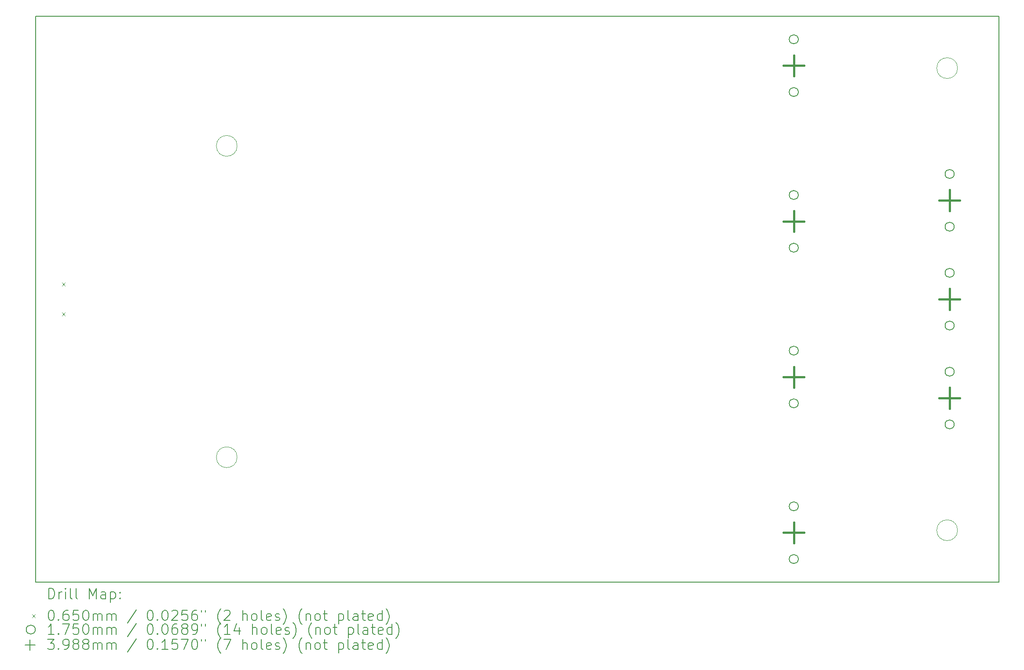
<source format=gbr>
%FSLAX45Y45*%
G04 Gerber Fmt 4.5, Leading zero omitted, Abs format (unit mm)*
G04 Created by KiCad (PCBNEW (6.0.0)) date 2023-05-21 00:13:49*
%MOMM*%
%LPD*%
G01*
G04 APERTURE LIST*
%TA.AperFunction,Profile*%
%ADD10C,0.100000*%
%TD*%
%TA.AperFunction,Profile*%
%ADD11C,0.200000*%
%TD*%
%ADD12C,0.200000*%
%ADD13C,0.065000*%
%ADD14C,0.175000*%
%ADD15C,0.398780*%
G04 APERTURE END LIST*
D10*
X26067000Y-12677000D02*
G75*
G03*
X26067000Y-12677000I-200000J0D01*
G01*
X26067000Y-3771000D02*
G75*
G03*
X26067000Y-3771000I-200000J0D01*
G01*
D11*
X8325000Y-2771000D02*
X26867000Y-2771000D01*
X26867000Y-2771000D02*
X26867000Y-13677000D01*
X26867000Y-13677000D02*
X8325000Y-13677000D01*
X8325000Y-13677000D02*
X8325000Y-2771000D01*
D10*
X12200000Y-11270000D02*
G75*
G03*
X12200000Y-11270000I-200000J0D01*
G01*
X12200000Y-5270000D02*
G75*
G03*
X12200000Y-5270000I-200000J0D01*
G01*
D12*
D13*
X8827000Y-7902625D02*
X8892000Y-7967625D01*
X8892000Y-7902625D02*
X8827000Y-7967625D01*
X8827000Y-8480625D02*
X8892000Y-8545625D01*
X8892000Y-8480625D02*
X8827000Y-8545625D01*
D14*
X23002000Y-3216125D02*
G75*
G03*
X23002000Y-3216125I-87500J0D01*
G01*
X23002000Y-4232125D02*
G75*
G03*
X23002000Y-4232125I-87500J0D01*
G01*
X23002000Y-6216125D02*
G75*
G03*
X23002000Y-6216125I-87500J0D01*
G01*
X23002000Y-7232125D02*
G75*
G03*
X23002000Y-7232125I-87500J0D01*
G01*
X23002000Y-9216125D02*
G75*
G03*
X23002000Y-9216125I-87500J0D01*
G01*
X23002000Y-10232125D02*
G75*
G03*
X23002000Y-10232125I-87500J0D01*
G01*
X23002000Y-12216125D02*
G75*
G03*
X23002000Y-12216125I-87500J0D01*
G01*
X23002000Y-13232125D02*
G75*
G03*
X23002000Y-13232125I-87500J0D01*
G01*
X26002000Y-5811125D02*
G75*
G03*
X26002000Y-5811125I-87500J0D01*
G01*
X26002000Y-6827125D02*
G75*
G03*
X26002000Y-6827125I-87500J0D01*
G01*
X26002000Y-7716125D02*
G75*
G03*
X26002000Y-7716125I-87500J0D01*
G01*
X26002000Y-8732125D02*
G75*
G03*
X26002000Y-8732125I-87500J0D01*
G01*
X26002000Y-9621125D02*
G75*
G03*
X26002000Y-9621125I-87500J0D01*
G01*
X26002000Y-10637125D02*
G75*
G03*
X26002000Y-10637125I-87500J0D01*
G01*
D15*
X22914500Y-3524735D02*
X22914500Y-3923515D01*
X22715110Y-3724125D02*
X23113890Y-3724125D01*
X22914500Y-6524735D02*
X22914500Y-6923515D01*
X22715110Y-6724125D02*
X23113890Y-6724125D01*
X22914500Y-9524735D02*
X22914500Y-9923515D01*
X22715110Y-9724125D02*
X23113890Y-9724125D01*
X22914500Y-12524735D02*
X22914500Y-12923515D01*
X22715110Y-12724125D02*
X23113890Y-12724125D01*
X25914500Y-6119735D02*
X25914500Y-6518515D01*
X25715110Y-6319125D02*
X26113890Y-6319125D01*
X25914500Y-8024735D02*
X25914500Y-8423515D01*
X25715110Y-8224125D02*
X26113890Y-8224125D01*
X25914500Y-9929735D02*
X25914500Y-10328515D01*
X25715110Y-10129125D02*
X26113890Y-10129125D01*
D12*
X8572619Y-13997476D02*
X8572619Y-13797476D01*
X8620238Y-13797476D01*
X8648810Y-13807000D01*
X8667857Y-13826048D01*
X8677381Y-13845095D01*
X8686905Y-13883190D01*
X8686905Y-13911762D01*
X8677381Y-13949857D01*
X8667857Y-13968905D01*
X8648810Y-13987952D01*
X8620238Y-13997476D01*
X8572619Y-13997476D01*
X8772619Y-13997476D02*
X8772619Y-13864143D01*
X8772619Y-13902238D02*
X8782143Y-13883190D01*
X8791667Y-13873667D01*
X8810714Y-13864143D01*
X8829762Y-13864143D01*
X8896429Y-13997476D02*
X8896429Y-13864143D01*
X8896429Y-13797476D02*
X8886905Y-13807000D01*
X8896429Y-13816524D01*
X8905952Y-13807000D01*
X8896429Y-13797476D01*
X8896429Y-13816524D01*
X9020238Y-13997476D02*
X9001190Y-13987952D01*
X8991667Y-13968905D01*
X8991667Y-13797476D01*
X9125000Y-13997476D02*
X9105952Y-13987952D01*
X9096429Y-13968905D01*
X9096429Y-13797476D01*
X9353571Y-13997476D02*
X9353571Y-13797476D01*
X9420238Y-13940333D01*
X9486905Y-13797476D01*
X9486905Y-13997476D01*
X9667857Y-13997476D02*
X9667857Y-13892714D01*
X9658333Y-13873667D01*
X9639286Y-13864143D01*
X9601190Y-13864143D01*
X9582143Y-13873667D01*
X9667857Y-13987952D02*
X9648810Y-13997476D01*
X9601190Y-13997476D01*
X9582143Y-13987952D01*
X9572619Y-13968905D01*
X9572619Y-13949857D01*
X9582143Y-13930809D01*
X9601190Y-13921286D01*
X9648810Y-13921286D01*
X9667857Y-13911762D01*
X9763095Y-13864143D02*
X9763095Y-14064143D01*
X9763095Y-13873667D02*
X9782143Y-13864143D01*
X9820238Y-13864143D01*
X9839286Y-13873667D01*
X9848810Y-13883190D01*
X9858333Y-13902238D01*
X9858333Y-13959381D01*
X9848810Y-13978428D01*
X9839286Y-13987952D01*
X9820238Y-13997476D01*
X9782143Y-13997476D01*
X9763095Y-13987952D01*
X9944048Y-13978428D02*
X9953571Y-13987952D01*
X9944048Y-13997476D01*
X9934524Y-13987952D01*
X9944048Y-13978428D01*
X9944048Y-13997476D01*
X9944048Y-13873667D02*
X9953571Y-13883190D01*
X9944048Y-13892714D01*
X9934524Y-13883190D01*
X9944048Y-13873667D01*
X9944048Y-13892714D01*
D13*
X8250000Y-14294500D02*
X8315000Y-14359500D01*
X8315000Y-14294500D02*
X8250000Y-14359500D01*
D12*
X8610714Y-14217476D02*
X8629762Y-14217476D01*
X8648810Y-14227000D01*
X8658333Y-14236524D01*
X8667857Y-14255571D01*
X8677381Y-14293667D01*
X8677381Y-14341286D01*
X8667857Y-14379381D01*
X8658333Y-14398428D01*
X8648810Y-14407952D01*
X8629762Y-14417476D01*
X8610714Y-14417476D01*
X8591667Y-14407952D01*
X8582143Y-14398428D01*
X8572619Y-14379381D01*
X8563095Y-14341286D01*
X8563095Y-14293667D01*
X8572619Y-14255571D01*
X8582143Y-14236524D01*
X8591667Y-14227000D01*
X8610714Y-14217476D01*
X8763095Y-14398428D02*
X8772619Y-14407952D01*
X8763095Y-14417476D01*
X8753571Y-14407952D01*
X8763095Y-14398428D01*
X8763095Y-14417476D01*
X8944048Y-14217476D02*
X8905952Y-14217476D01*
X8886905Y-14227000D01*
X8877381Y-14236524D01*
X8858333Y-14265095D01*
X8848810Y-14303190D01*
X8848810Y-14379381D01*
X8858333Y-14398428D01*
X8867857Y-14407952D01*
X8886905Y-14417476D01*
X8925000Y-14417476D01*
X8944048Y-14407952D01*
X8953571Y-14398428D01*
X8963095Y-14379381D01*
X8963095Y-14331762D01*
X8953571Y-14312714D01*
X8944048Y-14303190D01*
X8925000Y-14293667D01*
X8886905Y-14293667D01*
X8867857Y-14303190D01*
X8858333Y-14312714D01*
X8848810Y-14331762D01*
X9144048Y-14217476D02*
X9048810Y-14217476D01*
X9039286Y-14312714D01*
X9048810Y-14303190D01*
X9067857Y-14293667D01*
X9115476Y-14293667D01*
X9134524Y-14303190D01*
X9144048Y-14312714D01*
X9153571Y-14331762D01*
X9153571Y-14379381D01*
X9144048Y-14398428D01*
X9134524Y-14407952D01*
X9115476Y-14417476D01*
X9067857Y-14417476D01*
X9048810Y-14407952D01*
X9039286Y-14398428D01*
X9277381Y-14217476D02*
X9296429Y-14217476D01*
X9315476Y-14227000D01*
X9325000Y-14236524D01*
X9334524Y-14255571D01*
X9344048Y-14293667D01*
X9344048Y-14341286D01*
X9334524Y-14379381D01*
X9325000Y-14398428D01*
X9315476Y-14407952D01*
X9296429Y-14417476D01*
X9277381Y-14417476D01*
X9258333Y-14407952D01*
X9248810Y-14398428D01*
X9239286Y-14379381D01*
X9229762Y-14341286D01*
X9229762Y-14293667D01*
X9239286Y-14255571D01*
X9248810Y-14236524D01*
X9258333Y-14227000D01*
X9277381Y-14217476D01*
X9429762Y-14417476D02*
X9429762Y-14284143D01*
X9429762Y-14303190D02*
X9439286Y-14293667D01*
X9458333Y-14284143D01*
X9486905Y-14284143D01*
X9505952Y-14293667D01*
X9515476Y-14312714D01*
X9515476Y-14417476D01*
X9515476Y-14312714D02*
X9525000Y-14293667D01*
X9544048Y-14284143D01*
X9572619Y-14284143D01*
X9591667Y-14293667D01*
X9601190Y-14312714D01*
X9601190Y-14417476D01*
X9696429Y-14417476D02*
X9696429Y-14284143D01*
X9696429Y-14303190D02*
X9705952Y-14293667D01*
X9725000Y-14284143D01*
X9753571Y-14284143D01*
X9772619Y-14293667D01*
X9782143Y-14312714D01*
X9782143Y-14417476D01*
X9782143Y-14312714D02*
X9791667Y-14293667D01*
X9810714Y-14284143D01*
X9839286Y-14284143D01*
X9858333Y-14293667D01*
X9867857Y-14312714D01*
X9867857Y-14417476D01*
X10258333Y-14207952D02*
X10086905Y-14465095D01*
X10515476Y-14217476D02*
X10534524Y-14217476D01*
X10553571Y-14227000D01*
X10563095Y-14236524D01*
X10572619Y-14255571D01*
X10582143Y-14293667D01*
X10582143Y-14341286D01*
X10572619Y-14379381D01*
X10563095Y-14398428D01*
X10553571Y-14407952D01*
X10534524Y-14417476D01*
X10515476Y-14417476D01*
X10496429Y-14407952D01*
X10486905Y-14398428D01*
X10477381Y-14379381D01*
X10467857Y-14341286D01*
X10467857Y-14293667D01*
X10477381Y-14255571D01*
X10486905Y-14236524D01*
X10496429Y-14227000D01*
X10515476Y-14217476D01*
X10667857Y-14398428D02*
X10677381Y-14407952D01*
X10667857Y-14417476D01*
X10658333Y-14407952D01*
X10667857Y-14398428D01*
X10667857Y-14417476D01*
X10801190Y-14217476D02*
X10820238Y-14217476D01*
X10839286Y-14227000D01*
X10848810Y-14236524D01*
X10858333Y-14255571D01*
X10867857Y-14293667D01*
X10867857Y-14341286D01*
X10858333Y-14379381D01*
X10848810Y-14398428D01*
X10839286Y-14407952D01*
X10820238Y-14417476D01*
X10801190Y-14417476D01*
X10782143Y-14407952D01*
X10772619Y-14398428D01*
X10763095Y-14379381D01*
X10753571Y-14341286D01*
X10753571Y-14293667D01*
X10763095Y-14255571D01*
X10772619Y-14236524D01*
X10782143Y-14227000D01*
X10801190Y-14217476D01*
X10944048Y-14236524D02*
X10953571Y-14227000D01*
X10972619Y-14217476D01*
X11020238Y-14217476D01*
X11039286Y-14227000D01*
X11048810Y-14236524D01*
X11058333Y-14255571D01*
X11058333Y-14274619D01*
X11048810Y-14303190D01*
X10934524Y-14417476D01*
X11058333Y-14417476D01*
X11239286Y-14217476D02*
X11144048Y-14217476D01*
X11134524Y-14312714D01*
X11144048Y-14303190D01*
X11163095Y-14293667D01*
X11210714Y-14293667D01*
X11229762Y-14303190D01*
X11239286Y-14312714D01*
X11248809Y-14331762D01*
X11248809Y-14379381D01*
X11239286Y-14398428D01*
X11229762Y-14407952D01*
X11210714Y-14417476D01*
X11163095Y-14417476D01*
X11144048Y-14407952D01*
X11134524Y-14398428D01*
X11420238Y-14217476D02*
X11382143Y-14217476D01*
X11363095Y-14227000D01*
X11353571Y-14236524D01*
X11334524Y-14265095D01*
X11325000Y-14303190D01*
X11325000Y-14379381D01*
X11334524Y-14398428D01*
X11344048Y-14407952D01*
X11363095Y-14417476D01*
X11401190Y-14417476D01*
X11420238Y-14407952D01*
X11429762Y-14398428D01*
X11439286Y-14379381D01*
X11439286Y-14331762D01*
X11429762Y-14312714D01*
X11420238Y-14303190D01*
X11401190Y-14293667D01*
X11363095Y-14293667D01*
X11344048Y-14303190D01*
X11334524Y-14312714D01*
X11325000Y-14331762D01*
X11515476Y-14217476D02*
X11515476Y-14255571D01*
X11591667Y-14217476D02*
X11591667Y-14255571D01*
X11886905Y-14493667D02*
X11877381Y-14484143D01*
X11858333Y-14455571D01*
X11848809Y-14436524D01*
X11839286Y-14407952D01*
X11829762Y-14360333D01*
X11829762Y-14322238D01*
X11839286Y-14274619D01*
X11848809Y-14246048D01*
X11858333Y-14227000D01*
X11877381Y-14198428D01*
X11886905Y-14188905D01*
X11953571Y-14236524D02*
X11963095Y-14227000D01*
X11982143Y-14217476D01*
X12029762Y-14217476D01*
X12048809Y-14227000D01*
X12058333Y-14236524D01*
X12067857Y-14255571D01*
X12067857Y-14274619D01*
X12058333Y-14303190D01*
X11944048Y-14417476D01*
X12067857Y-14417476D01*
X12305952Y-14417476D02*
X12305952Y-14217476D01*
X12391667Y-14417476D02*
X12391667Y-14312714D01*
X12382143Y-14293667D01*
X12363095Y-14284143D01*
X12334524Y-14284143D01*
X12315476Y-14293667D01*
X12305952Y-14303190D01*
X12515476Y-14417476D02*
X12496428Y-14407952D01*
X12486905Y-14398428D01*
X12477381Y-14379381D01*
X12477381Y-14322238D01*
X12486905Y-14303190D01*
X12496428Y-14293667D01*
X12515476Y-14284143D01*
X12544048Y-14284143D01*
X12563095Y-14293667D01*
X12572619Y-14303190D01*
X12582143Y-14322238D01*
X12582143Y-14379381D01*
X12572619Y-14398428D01*
X12563095Y-14407952D01*
X12544048Y-14417476D01*
X12515476Y-14417476D01*
X12696428Y-14417476D02*
X12677381Y-14407952D01*
X12667857Y-14388905D01*
X12667857Y-14217476D01*
X12848809Y-14407952D02*
X12829762Y-14417476D01*
X12791667Y-14417476D01*
X12772619Y-14407952D01*
X12763095Y-14388905D01*
X12763095Y-14312714D01*
X12772619Y-14293667D01*
X12791667Y-14284143D01*
X12829762Y-14284143D01*
X12848809Y-14293667D01*
X12858333Y-14312714D01*
X12858333Y-14331762D01*
X12763095Y-14350809D01*
X12934524Y-14407952D02*
X12953571Y-14417476D01*
X12991667Y-14417476D01*
X13010714Y-14407952D01*
X13020238Y-14388905D01*
X13020238Y-14379381D01*
X13010714Y-14360333D01*
X12991667Y-14350809D01*
X12963095Y-14350809D01*
X12944048Y-14341286D01*
X12934524Y-14322238D01*
X12934524Y-14312714D01*
X12944048Y-14293667D01*
X12963095Y-14284143D01*
X12991667Y-14284143D01*
X13010714Y-14293667D01*
X13086905Y-14493667D02*
X13096428Y-14484143D01*
X13115476Y-14455571D01*
X13125000Y-14436524D01*
X13134524Y-14407952D01*
X13144048Y-14360333D01*
X13144048Y-14322238D01*
X13134524Y-14274619D01*
X13125000Y-14246048D01*
X13115476Y-14227000D01*
X13096428Y-14198428D01*
X13086905Y-14188905D01*
X13448809Y-14493667D02*
X13439286Y-14484143D01*
X13420238Y-14455571D01*
X13410714Y-14436524D01*
X13401190Y-14407952D01*
X13391667Y-14360333D01*
X13391667Y-14322238D01*
X13401190Y-14274619D01*
X13410714Y-14246048D01*
X13420238Y-14227000D01*
X13439286Y-14198428D01*
X13448809Y-14188905D01*
X13525000Y-14284143D02*
X13525000Y-14417476D01*
X13525000Y-14303190D02*
X13534524Y-14293667D01*
X13553571Y-14284143D01*
X13582143Y-14284143D01*
X13601190Y-14293667D01*
X13610714Y-14312714D01*
X13610714Y-14417476D01*
X13734524Y-14417476D02*
X13715476Y-14407952D01*
X13705952Y-14398428D01*
X13696428Y-14379381D01*
X13696428Y-14322238D01*
X13705952Y-14303190D01*
X13715476Y-14293667D01*
X13734524Y-14284143D01*
X13763095Y-14284143D01*
X13782143Y-14293667D01*
X13791667Y-14303190D01*
X13801190Y-14322238D01*
X13801190Y-14379381D01*
X13791667Y-14398428D01*
X13782143Y-14407952D01*
X13763095Y-14417476D01*
X13734524Y-14417476D01*
X13858333Y-14284143D02*
X13934524Y-14284143D01*
X13886905Y-14217476D02*
X13886905Y-14388905D01*
X13896428Y-14407952D01*
X13915476Y-14417476D01*
X13934524Y-14417476D01*
X14153571Y-14284143D02*
X14153571Y-14484143D01*
X14153571Y-14293667D02*
X14172619Y-14284143D01*
X14210714Y-14284143D01*
X14229762Y-14293667D01*
X14239286Y-14303190D01*
X14248809Y-14322238D01*
X14248809Y-14379381D01*
X14239286Y-14398428D01*
X14229762Y-14407952D01*
X14210714Y-14417476D01*
X14172619Y-14417476D01*
X14153571Y-14407952D01*
X14363095Y-14417476D02*
X14344048Y-14407952D01*
X14334524Y-14388905D01*
X14334524Y-14217476D01*
X14525000Y-14417476D02*
X14525000Y-14312714D01*
X14515476Y-14293667D01*
X14496428Y-14284143D01*
X14458333Y-14284143D01*
X14439286Y-14293667D01*
X14525000Y-14407952D02*
X14505952Y-14417476D01*
X14458333Y-14417476D01*
X14439286Y-14407952D01*
X14429762Y-14388905D01*
X14429762Y-14369857D01*
X14439286Y-14350809D01*
X14458333Y-14341286D01*
X14505952Y-14341286D01*
X14525000Y-14331762D01*
X14591667Y-14284143D02*
X14667857Y-14284143D01*
X14620238Y-14217476D02*
X14620238Y-14388905D01*
X14629762Y-14407952D01*
X14648809Y-14417476D01*
X14667857Y-14417476D01*
X14810714Y-14407952D02*
X14791667Y-14417476D01*
X14753571Y-14417476D01*
X14734524Y-14407952D01*
X14725000Y-14388905D01*
X14725000Y-14312714D01*
X14734524Y-14293667D01*
X14753571Y-14284143D01*
X14791667Y-14284143D01*
X14810714Y-14293667D01*
X14820238Y-14312714D01*
X14820238Y-14331762D01*
X14725000Y-14350809D01*
X14991667Y-14417476D02*
X14991667Y-14217476D01*
X14991667Y-14407952D02*
X14972619Y-14417476D01*
X14934524Y-14417476D01*
X14915476Y-14407952D01*
X14905952Y-14398428D01*
X14896428Y-14379381D01*
X14896428Y-14322238D01*
X14905952Y-14303190D01*
X14915476Y-14293667D01*
X14934524Y-14284143D01*
X14972619Y-14284143D01*
X14991667Y-14293667D01*
X15067857Y-14493667D02*
X15077381Y-14484143D01*
X15096428Y-14455571D01*
X15105952Y-14436524D01*
X15115476Y-14407952D01*
X15125000Y-14360333D01*
X15125000Y-14322238D01*
X15115476Y-14274619D01*
X15105952Y-14246048D01*
X15096428Y-14227000D01*
X15077381Y-14198428D01*
X15067857Y-14188905D01*
D14*
X8315000Y-14591000D02*
G75*
G03*
X8315000Y-14591000I-87500J0D01*
G01*
D12*
X8677381Y-14681476D02*
X8563095Y-14681476D01*
X8620238Y-14681476D02*
X8620238Y-14481476D01*
X8601190Y-14510048D01*
X8582143Y-14529095D01*
X8563095Y-14538619D01*
X8763095Y-14662428D02*
X8772619Y-14671952D01*
X8763095Y-14681476D01*
X8753571Y-14671952D01*
X8763095Y-14662428D01*
X8763095Y-14681476D01*
X8839286Y-14481476D02*
X8972619Y-14481476D01*
X8886905Y-14681476D01*
X9144048Y-14481476D02*
X9048810Y-14481476D01*
X9039286Y-14576714D01*
X9048810Y-14567190D01*
X9067857Y-14557667D01*
X9115476Y-14557667D01*
X9134524Y-14567190D01*
X9144048Y-14576714D01*
X9153571Y-14595762D01*
X9153571Y-14643381D01*
X9144048Y-14662428D01*
X9134524Y-14671952D01*
X9115476Y-14681476D01*
X9067857Y-14681476D01*
X9048810Y-14671952D01*
X9039286Y-14662428D01*
X9277381Y-14481476D02*
X9296429Y-14481476D01*
X9315476Y-14491000D01*
X9325000Y-14500524D01*
X9334524Y-14519571D01*
X9344048Y-14557667D01*
X9344048Y-14605286D01*
X9334524Y-14643381D01*
X9325000Y-14662428D01*
X9315476Y-14671952D01*
X9296429Y-14681476D01*
X9277381Y-14681476D01*
X9258333Y-14671952D01*
X9248810Y-14662428D01*
X9239286Y-14643381D01*
X9229762Y-14605286D01*
X9229762Y-14557667D01*
X9239286Y-14519571D01*
X9248810Y-14500524D01*
X9258333Y-14491000D01*
X9277381Y-14481476D01*
X9429762Y-14681476D02*
X9429762Y-14548143D01*
X9429762Y-14567190D02*
X9439286Y-14557667D01*
X9458333Y-14548143D01*
X9486905Y-14548143D01*
X9505952Y-14557667D01*
X9515476Y-14576714D01*
X9515476Y-14681476D01*
X9515476Y-14576714D02*
X9525000Y-14557667D01*
X9544048Y-14548143D01*
X9572619Y-14548143D01*
X9591667Y-14557667D01*
X9601190Y-14576714D01*
X9601190Y-14681476D01*
X9696429Y-14681476D02*
X9696429Y-14548143D01*
X9696429Y-14567190D02*
X9705952Y-14557667D01*
X9725000Y-14548143D01*
X9753571Y-14548143D01*
X9772619Y-14557667D01*
X9782143Y-14576714D01*
X9782143Y-14681476D01*
X9782143Y-14576714D02*
X9791667Y-14557667D01*
X9810714Y-14548143D01*
X9839286Y-14548143D01*
X9858333Y-14557667D01*
X9867857Y-14576714D01*
X9867857Y-14681476D01*
X10258333Y-14471952D02*
X10086905Y-14729095D01*
X10515476Y-14481476D02*
X10534524Y-14481476D01*
X10553571Y-14491000D01*
X10563095Y-14500524D01*
X10572619Y-14519571D01*
X10582143Y-14557667D01*
X10582143Y-14605286D01*
X10572619Y-14643381D01*
X10563095Y-14662428D01*
X10553571Y-14671952D01*
X10534524Y-14681476D01*
X10515476Y-14681476D01*
X10496429Y-14671952D01*
X10486905Y-14662428D01*
X10477381Y-14643381D01*
X10467857Y-14605286D01*
X10467857Y-14557667D01*
X10477381Y-14519571D01*
X10486905Y-14500524D01*
X10496429Y-14491000D01*
X10515476Y-14481476D01*
X10667857Y-14662428D02*
X10677381Y-14671952D01*
X10667857Y-14681476D01*
X10658333Y-14671952D01*
X10667857Y-14662428D01*
X10667857Y-14681476D01*
X10801190Y-14481476D02*
X10820238Y-14481476D01*
X10839286Y-14491000D01*
X10848810Y-14500524D01*
X10858333Y-14519571D01*
X10867857Y-14557667D01*
X10867857Y-14605286D01*
X10858333Y-14643381D01*
X10848810Y-14662428D01*
X10839286Y-14671952D01*
X10820238Y-14681476D01*
X10801190Y-14681476D01*
X10782143Y-14671952D01*
X10772619Y-14662428D01*
X10763095Y-14643381D01*
X10753571Y-14605286D01*
X10753571Y-14557667D01*
X10763095Y-14519571D01*
X10772619Y-14500524D01*
X10782143Y-14491000D01*
X10801190Y-14481476D01*
X11039286Y-14481476D02*
X11001190Y-14481476D01*
X10982143Y-14491000D01*
X10972619Y-14500524D01*
X10953571Y-14529095D01*
X10944048Y-14567190D01*
X10944048Y-14643381D01*
X10953571Y-14662428D01*
X10963095Y-14671952D01*
X10982143Y-14681476D01*
X11020238Y-14681476D01*
X11039286Y-14671952D01*
X11048810Y-14662428D01*
X11058333Y-14643381D01*
X11058333Y-14595762D01*
X11048810Y-14576714D01*
X11039286Y-14567190D01*
X11020238Y-14557667D01*
X10982143Y-14557667D01*
X10963095Y-14567190D01*
X10953571Y-14576714D01*
X10944048Y-14595762D01*
X11172619Y-14567190D02*
X11153571Y-14557667D01*
X11144048Y-14548143D01*
X11134524Y-14529095D01*
X11134524Y-14519571D01*
X11144048Y-14500524D01*
X11153571Y-14491000D01*
X11172619Y-14481476D01*
X11210714Y-14481476D01*
X11229762Y-14491000D01*
X11239286Y-14500524D01*
X11248809Y-14519571D01*
X11248809Y-14529095D01*
X11239286Y-14548143D01*
X11229762Y-14557667D01*
X11210714Y-14567190D01*
X11172619Y-14567190D01*
X11153571Y-14576714D01*
X11144048Y-14586238D01*
X11134524Y-14605286D01*
X11134524Y-14643381D01*
X11144048Y-14662428D01*
X11153571Y-14671952D01*
X11172619Y-14681476D01*
X11210714Y-14681476D01*
X11229762Y-14671952D01*
X11239286Y-14662428D01*
X11248809Y-14643381D01*
X11248809Y-14605286D01*
X11239286Y-14586238D01*
X11229762Y-14576714D01*
X11210714Y-14567190D01*
X11344048Y-14681476D02*
X11382143Y-14681476D01*
X11401190Y-14671952D01*
X11410714Y-14662428D01*
X11429762Y-14633857D01*
X11439286Y-14595762D01*
X11439286Y-14519571D01*
X11429762Y-14500524D01*
X11420238Y-14491000D01*
X11401190Y-14481476D01*
X11363095Y-14481476D01*
X11344048Y-14491000D01*
X11334524Y-14500524D01*
X11325000Y-14519571D01*
X11325000Y-14567190D01*
X11334524Y-14586238D01*
X11344048Y-14595762D01*
X11363095Y-14605286D01*
X11401190Y-14605286D01*
X11420238Y-14595762D01*
X11429762Y-14586238D01*
X11439286Y-14567190D01*
X11515476Y-14481476D02*
X11515476Y-14519571D01*
X11591667Y-14481476D02*
X11591667Y-14519571D01*
X11886905Y-14757667D02*
X11877381Y-14748143D01*
X11858333Y-14719571D01*
X11848809Y-14700524D01*
X11839286Y-14671952D01*
X11829762Y-14624333D01*
X11829762Y-14586238D01*
X11839286Y-14538619D01*
X11848809Y-14510048D01*
X11858333Y-14491000D01*
X11877381Y-14462428D01*
X11886905Y-14452905D01*
X12067857Y-14681476D02*
X11953571Y-14681476D01*
X12010714Y-14681476D02*
X12010714Y-14481476D01*
X11991667Y-14510048D01*
X11972619Y-14529095D01*
X11953571Y-14538619D01*
X12239286Y-14548143D02*
X12239286Y-14681476D01*
X12191667Y-14471952D02*
X12144048Y-14614809D01*
X12267857Y-14614809D01*
X12496428Y-14681476D02*
X12496428Y-14481476D01*
X12582143Y-14681476D02*
X12582143Y-14576714D01*
X12572619Y-14557667D01*
X12553571Y-14548143D01*
X12525000Y-14548143D01*
X12505952Y-14557667D01*
X12496428Y-14567190D01*
X12705952Y-14681476D02*
X12686905Y-14671952D01*
X12677381Y-14662428D01*
X12667857Y-14643381D01*
X12667857Y-14586238D01*
X12677381Y-14567190D01*
X12686905Y-14557667D01*
X12705952Y-14548143D01*
X12734524Y-14548143D01*
X12753571Y-14557667D01*
X12763095Y-14567190D01*
X12772619Y-14586238D01*
X12772619Y-14643381D01*
X12763095Y-14662428D01*
X12753571Y-14671952D01*
X12734524Y-14681476D01*
X12705952Y-14681476D01*
X12886905Y-14681476D02*
X12867857Y-14671952D01*
X12858333Y-14652905D01*
X12858333Y-14481476D01*
X13039286Y-14671952D02*
X13020238Y-14681476D01*
X12982143Y-14681476D01*
X12963095Y-14671952D01*
X12953571Y-14652905D01*
X12953571Y-14576714D01*
X12963095Y-14557667D01*
X12982143Y-14548143D01*
X13020238Y-14548143D01*
X13039286Y-14557667D01*
X13048809Y-14576714D01*
X13048809Y-14595762D01*
X12953571Y-14614809D01*
X13125000Y-14671952D02*
X13144048Y-14681476D01*
X13182143Y-14681476D01*
X13201190Y-14671952D01*
X13210714Y-14652905D01*
X13210714Y-14643381D01*
X13201190Y-14624333D01*
X13182143Y-14614809D01*
X13153571Y-14614809D01*
X13134524Y-14605286D01*
X13125000Y-14586238D01*
X13125000Y-14576714D01*
X13134524Y-14557667D01*
X13153571Y-14548143D01*
X13182143Y-14548143D01*
X13201190Y-14557667D01*
X13277381Y-14757667D02*
X13286905Y-14748143D01*
X13305952Y-14719571D01*
X13315476Y-14700524D01*
X13325000Y-14671952D01*
X13334524Y-14624333D01*
X13334524Y-14586238D01*
X13325000Y-14538619D01*
X13315476Y-14510048D01*
X13305952Y-14491000D01*
X13286905Y-14462428D01*
X13277381Y-14452905D01*
X13639286Y-14757667D02*
X13629762Y-14748143D01*
X13610714Y-14719571D01*
X13601190Y-14700524D01*
X13591667Y-14671952D01*
X13582143Y-14624333D01*
X13582143Y-14586238D01*
X13591667Y-14538619D01*
X13601190Y-14510048D01*
X13610714Y-14491000D01*
X13629762Y-14462428D01*
X13639286Y-14452905D01*
X13715476Y-14548143D02*
X13715476Y-14681476D01*
X13715476Y-14567190D02*
X13725000Y-14557667D01*
X13744048Y-14548143D01*
X13772619Y-14548143D01*
X13791667Y-14557667D01*
X13801190Y-14576714D01*
X13801190Y-14681476D01*
X13925000Y-14681476D02*
X13905952Y-14671952D01*
X13896428Y-14662428D01*
X13886905Y-14643381D01*
X13886905Y-14586238D01*
X13896428Y-14567190D01*
X13905952Y-14557667D01*
X13925000Y-14548143D01*
X13953571Y-14548143D01*
X13972619Y-14557667D01*
X13982143Y-14567190D01*
X13991667Y-14586238D01*
X13991667Y-14643381D01*
X13982143Y-14662428D01*
X13972619Y-14671952D01*
X13953571Y-14681476D01*
X13925000Y-14681476D01*
X14048809Y-14548143D02*
X14125000Y-14548143D01*
X14077381Y-14481476D02*
X14077381Y-14652905D01*
X14086905Y-14671952D01*
X14105952Y-14681476D01*
X14125000Y-14681476D01*
X14344048Y-14548143D02*
X14344048Y-14748143D01*
X14344048Y-14557667D02*
X14363095Y-14548143D01*
X14401190Y-14548143D01*
X14420238Y-14557667D01*
X14429762Y-14567190D01*
X14439286Y-14586238D01*
X14439286Y-14643381D01*
X14429762Y-14662428D01*
X14420238Y-14671952D01*
X14401190Y-14681476D01*
X14363095Y-14681476D01*
X14344048Y-14671952D01*
X14553571Y-14681476D02*
X14534524Y-14671952D01*
X14525000Y-14652905D01*
X14525000Y-14481476D01*
X14715476Y-14681476D02*
X14715476Y-14576714D01*
X14705952Y-14557667D01*
X14686905Y-14548143D01*
X14648809Y-14548143D01*
X14629762Y-14557667D01*
X14715476Y-14671952D02*
X14696428Y-14681476D01*
X14648809Y-14681476D01*
X14629762Y-14671952D01*
X14620238Y-14652905D01*
X14620238Y-14633857D01*
X14629762Y-14614809D01*
X14648809Y-14605286D01*
X14696428Y-14605286D01*
X14715476Y-14595762D01*
X14782143Y-14548143D02*
X14858333Y-14548143D01*
X14810714Y-14481476D02*
X14810714Y-14652905D01*
X14820238Y-14671952D01*
X14839286Y-14681476D01*
X14858333Y-14681476D01*
X15001190Y-14671952D02*
X14982143Y-14681476D01*
X14944048Y-14681476D01*
X14925000Y-14671952D01*
X14915476Y-14652905D01*
X14915476Y-14576714D01*
X14925000Y-14557667D01*
X14944048Y-14548143D01*
X14982143Y-14548143D01*
X15001190Y-14557667D01*
X15010714Y-14576714D01*
X15010714Y-14595762D01*
X14915476Y-14614809D01*
X15182143Y-14681476D02*
X15182143Y-14481476D01*
X15182143Y-14671952D02*
X15163095Y-14681476D01*
X15125000Y-14681476D01*
X15105952Y-14671952D01*
X15096428Y-14662428D01*
X15086905Y-14643381D01*
X15086905Y-14586238D01*
X15096428Y-14567190D01*
X15105952Y-14557667D01*
X15125000Y-14548143D01*
X15163095Y-14548143D01*
X15182143Y-14557667D01*
X15258333Y-14757667D02*
X15267857Y-14748143D01*
X15286905Y-14719571D01*
X15296428Y-14700524D01*
X15305952Y-14671952D01*
X15315476Y-14624333D01*
X15315476Y-14586238D01*
X15305952Y-14538619D01*
X15296428Y-14510048D01*
X15286905Y-14491000D01*
X15267857Y-14462428D01*
X15258333Y-14452905D01*
X8215000Y-14786000D02*
X8215000Y-14986000D01*
X8115000Y-14886000D02*
X8315000Y-14886000D01*
X8553571Y-14776476D02*
X8677381Y-14776476D01*
X8610714Y-14852667D01*
X8639286Y-14852667D01*
X8658333Y-14862190D01*
X8667857Y-14871714D01*
X8677381Y-14890762D01*
X8677381Y-14938381D01*
X8667857Y-14957428D01*
X8658333Y-14966952D01*
X8639286Y-14976476D01*
X8582143Y-14976476D01*
X8563095Y-14966952D01*
X8553571Y-14957428D01*
X8763095Y-14957428D02*
X8772619Y-14966952D01*
X8763095Y-14976476D01*
X8753571Y-14966952D01*
X8763095Y-14957428D01*
X8763095Y-14976476D01*
X8867857Y-14976476D02*
X8905952Y-14976476D01*
X8925000Y-14966952D01*
X8934524Y-14957428D01*
X8953571Y-14928857D01*
X8963095Y-14890762D01*
X8963095Y-14814571D01*
X8953571Y-14795524D01*
X8944048Y-14786000D01*
X8925000Y-14776476D01*
X8886905Y-14776476D01*
X8867857Y-14786000D01*
X8858333Y-14795524D01*
X8848810Y-14814571D01*
X8848810Y-14862190D01*
X8858333Y-14881238D01*
X8867857Y-14890762D01*
X8886905Y-14900286D01*
X8925000Y-14900286D01*
X8944048Y-14890762D01*
X8953571Y-14881238D01*
X8963095Y-14862190D01*
X9077381Y-14862190D02*
X9058333Y-14852667D01*
X9048810Y-14843143D01*
X9039286Y-14824095D01*
X9039286Y-14814571D01*
X9048810Y-14795524D01*
X9058333Y-14786000D01*
X9077381Y-14776476D01*
X9115476Y-14776476D01*
X9134524Y-14786000D01*
X9144048Y-14795524D01*
X9153571Y-14814571D01*
X9153571Y-14824095D01*
X9144048Y-14843143D01*
X9134524Y-14852667D01*
X9115476Y-14862190D01*
X9077381Y-14862190D01*
X9058333Y-14871714D01*
X9048810Y-14881238D01*
X9039286Y-14900286D01*
X9039286Y-14938381D01*
X9048810Y-14957428D01*
X9058333Y-14966952D01*
X9077381Y-14976476D01*
X9115476Y-14976476D01*
X9134524Y-14966952D01*
X9144048Y-14957428D01*
X9153571Y-14938381D01*
X9153571Y-14900286D01*
X9144048Y-14881238D01*
X9134524Y-14871714D01*
X9115476Y-14862190D01*
X9267857Y-14862190D02*
X9248810Y-14852667D01*
X9239286Y-14843143D01*
X9229762Y-14824095D01*
X9229762Y-14814571D01*
X9239286Y-14795524D01*
X9248810Y-14786000D01*
X9267857Y-14776476D01*
X9305952Y-14776476D01*
X9325000Y-14786000D01*
X9334524Y-14795524D01*
X9344048Y-14814571D01*
X9344048Y-14824095D01*
X9334524Y-14843143D01*
X9325000Y-14852667D01*
X9305952Y-14862190D01*
X9267857Y-14862190D01*
X9248810Y-14871714D01*
X9239286Y-14881238D01*
X9229762Y-14900286D01*
X9229762Y-14938381D01*
X9239286Y-14957428D01*
X9248810Y-14966952D01*
X9267857Y-14976476D01*
X9305952Y-14976476D01*
X9325000Y-14966952D01*
X9334524Y-14957428D01*
X9344048Y-14938381D01*
X9344048Y-14900286D01*
X9334524Y-14881238D01*
X9325000Y-14871714D01*
X9305952Y-14862190D01*
X9429762Y-14976476D02*
X9429762Y-14843143D01*
X9429762Y-14862190D02*
X9439286Y-14852667D01*
X9458333Y-14843143D01*
X9486905Y-14843143D01*
X9505952Y-14852667D01*
X9515476Y-14871714D01*
X9515476Y-14976476D01*
X9515476Y-14871714D02*
X9525000Y-14852667D01*
X9544048Y-14843143D01*
X9572619Y-14843143D01*
X9591667Y-14852667D01*
X9601190Y-14871714D01*
X9601190Y-14976476D01*
X9696429Y-14976476D02*
X9696429Y-14843143D01*
X9696429Y-14862190D02*
X9705952Y-14852667D01*
X9725000Y-14843143D01*
X9753571Y-14843143D01*
X9772619Y-14852667D01*
X9782143Y-14871714D01*
X9782143Y-14976476D01*
X9782143Y-14871714D02*
X9791667Y-14852667D01*
X9810714Y-14843143D01*
X9839286Y-14843143D01*
X9858333Y-14852667D01*
X9867857Y-14871714D01*
X9867857Y-14976476D01*
X10258333Y-14766952D02*
X10086905Y-15024095D01*
X10515476Y-14776476D02*
X10534524Y-14776476D01*
X10553571Y-14786000D01*
X10563095Y-14795524D01*
X10572619Y-14814571D01*
X10582143Y-14852667D01*
X10582143Y-14900286D01*
X10572619Y-14938381D01*
X10563095Y-14957428D01*
X10553571Y-14966952D01*
X10534524Y-14976476D01*
X10515476Y-14976476D01*
X10496429Y-14966952D01*
X10486905Y-14957428D01*
X10477381Y-14938381D01*
X10467857Y-14900286D01*
X10467857Y-14852667D01*
X10477381Y-14814571D01*
X10486905Y-14795524D01*
X10496429Y-14786000D01*
X10515476Y-14776476D01*
X10667857Y-14957428D02*
X10677381Y-14966952D01*
X10667857Y-14976476D01*
X10658333Y-14966952D01*
X10667857Y-14957428D01*
X10667857Y-14976476D01*
X10867857Y-14976476D02*
X10753571Y-14976476D01*
X10810714Y-14976476D02*
X10810714Y-14776476D01*
X10791667Y-14805048D01*
X10772619Y-14824095D01*
X10753571Y-14833619D01*
X11048810Y-14776476D02*
X10953571Y-14776476D01*
X10944048Y-14871714D01*
X10953571Y-14862190D01*
X10972619Y-14852667D01*
X11020238Y-14852667D01*
X11039286Y-14862190D01*
X11048810Y-14871714D01*
X11058333Y-14890762D01*
X11058333Y-14938381D01*
X11048810Y-14957428D01*
X11039286Y-14966952D01*
X11020238Y-14976476D01*
X10972619Y-14976476D01*
X10953571Y-14966952D01*
X10944048Y-14957428D01*
X11125000Y-14776476D02*
X11258333Y-14776476D01*
X11172619Y-14976476D01*
X11372619Y-14776476D02*
X11391667Y-14776476D01*
X11410714Y-14786000D01*
X11420238Y-14795524D01*
X11429762Y-14814571D01*
X11439286Y-14852667D01*
X11439286Y-14900286D01*
X11429762Y-14938381D01*
X11420238Y-14957428D01*
X11410714Y-14966952D01*
X11391667Y-14976476D01*
X11372619Y-14976476D01*
X11353571Y-14966952D01*
X11344048Y-14957428D01*
X11334524Y-14938381D01*
X11325000Y-14900286D01*
X11325000Y-14852667D01*
X11334524Y-14814571D01*
X11344048Y-14795524D01*
X11353571Y-14786000D01*
X11372619Y-14776476D01*
X11515476Y-14776476D02*
X11515476Y-14814571D01*
X11591667Y-14776476D02*
X11591667Y-14814571D01*
X11886905Y-15052667D02*
X11877381Y-15043143D01*
X11858333Y-15014571D01*
X11848809Y-14995524D01*
X11839286Y-14966952D01*
X11829762Y-14919333D01*
X11829762Y-14881238D01*
X11839286Y-14833619D01*
X11848809Y-14805048D01*
X11858333Y-14786000D01*
X11877381Y-14757428D01*
X11886905Y-14747905D01*
X11944048Y-14776476D02*
X12077381Y-14776476D01*
X11991667Y-14976476D01*
X12305952Y-14976476D02*
X12305952Y-14776476D01*
X12391667Y-14976476D02*
X12391667Y-14871714D01*
X12382143Y-14852667D01*
X12363095Y-14843143D01*
X12334524Y-14843143D01*
X12315476Y-14852667D01*
X12305952Y-14862190D01*
X12515476Y-14976476D02*
X12496428Y-14966952D01*
X12486905Y-14957428D01*
X12477381Y-14938381D01*
X12477381Y-14881238D01*
X12486905Y-14862190D01*
X12496428Y-14852667D01*
X12515476Y-14843143D01*
X12544048Y-14843143D01*
X12563095Y-14852667D01*
X12572619Y-14862190D01*
X12582143Y-14881238D01*
X12582143Y-14938381D01*
X12572619Y-14957428D01*
X12563095Y-14966952D01*
X12544048Y-14976476D01*
X12515476Y-14976476D01*
X12696428Y-14976476D02*
X12677381Y-14966952D01*
X12667857Y-14947905D01*
X12667857Y-14776476D01*
X12848809Y-14966952D02*
X12829762Y-14976476D01*
X12791667Y-14976476D01*
X12772619Y-14966952D01*
X12763095Y-14947905D01*
X12763095Y-14871714D01*
X12772619Y-14852667D01*
X12791667Y-14843143D01*
X12829762Y-14843143D01*
X12848809Y-14852667D01*
X12858333Y-14871714D01*
X12858333Y-14890762D01*
X12763095Y-14909809D01*
X12934524Y-14966952D02*
X12953571Y-14976476D01*
X12991667Y-14976476D01*
X13010714Y-14966952D01*
X13020238Y-14947905D01*
X13020238Y-14938381D01*
X13010714Y-14919333D01*
X12991667Y-14909809D01*
X12963095Y-14909809D01*
X12944048Y-14900286D01*
X12934524Y-14881238D01*
X12934524Y-14871714D01*
X12944048Y-14852667D01*
X12963095Y-14843143D01*
X12991667Y-14843143D01*
X13010714Y-14852667D01*
X13086905Y-15052667D02*
X13096428Y-15043143D01*
X13115476Y-15014571D01*
X13125000Y-14995524D01*
X13134524Y-14966952D01*
X13144048Y-14919333D01*
X13144048Y-14881238D01*
X13134524Y-14833619D01*
X13125000Y-14805048D01*
X13115476Y-14786000D01*
X13096428Y-14757428D01*
X13086905Y-14747905D01*
X13448809Y-15052667D02*
X13439286Y-15043143D01*
X13420238Y-15014571D01*
X13410714Y-14995524D01*
X13401190Y-14966952D01*
X13391667Y-14919333D01*
X13391667Y-14881238D01*
X13401190Y-14833619D01*
X13410714Y-14805048D01*
X13420238Y-14786000D01*
X13439286Y-14757428D01*
X13448809Y-14747905D01*
X13525000Y-14843143D02*
X13525000Y-14976476D01*
X13525000Y-14862190D02*
X13534524Y-14852667D01*
X13553571Y-14843143D01*
X13582143Y-14843143D01*
X13601190Y-14852667D01*
X13610714Y-14871714D01*
X13610714Y-14976476D01*
X13734524Y-14976476D02*
X13715476Y-14966952D01*
X13705952Y-14957428D01*
X13696428Y-14938381D01*
X13696428Y-14881238D01*
X13705952Y-14862190D01*
X13715476Y-14852667D01*
X13734524Y-14843143D01*
X13763095Y-14843143D01*
X13782143Y-14852667D01*
X13791667Y-14862190D01*
X13801190Y-14881238D01*
X13801190Y-14938381D01*
X13791667Y-14957428D01*
X13782143Y-14966952D01*
X13763095Y-14976476D01*
X13734524Y-14976476D01*
X13858333Y-14843143D02*
X13934524Y-14843143D01*
X13886905Y-14776476D02*
X13886905Y-14947905D01*
X13896428Y-14966952D01*
X13915476Y-14976476D01*
X13934524Y-14976476D01*
X14153571Y-14843143D02*
X14153571Y-15043143D01*
X14153571Y-14852667D02*
X14172619Y-14843143D01*
X14210714Y-14843143D01*
X14229762Y-14852667D01*
X14239286Y-14862190D01*
X14248809Y-14881238D01*
X14248809Y-14938381D01*
X14239286Y-14957428D01*
X14229762Y-14966952D01*
X14210714Y-14976476D01*
X14172619Y-14976476D01*
X14153571Y-14966952D01*
X14363095Y-14976476D02*
X14344048Y-14966952D01*
X14334524Y-14947905D01*
X14334524Y-14776476D01*
X14525000Y-14976476D02*
X14525000Y-14871714D01*
X14515476Y-14852667D01*
X14496428Y-14843143D01*
X14458333Y-14843143D01*
X14439286Y-14852667D01*
X14525000Y-14966952D02*
X14505952Y-14976476D01*
X14458333Y-14976476D01*
X14439286Y-14966952D01*
X14429762Y-14947905D01*
X14429762Y-14928857D01*
X14439286Y-14909809D01*
X14458333Y-14900286D01*
X14505952Y-14900286D01*
X14525000Y-14890762D01*
X14591667Y-14843143D02*
X14667857Y-14843143D01*
X14620238Y-14776476D02*
X14620238Y-14947905D01*
X14629762Y-14966952D01*
X14648809Y-14976476D01*
X14667857Y-14976476D01*
X14810714Y-14966952D02*
X14791667Y-14976476D01*
X14753571Y-14976476D01*
X14734524Y-14966952D01*
X14725000Y-14947905D01*
X14725000Y-14871714D01*
X14734524Y-14852667D01*
X14753571Y-14843143D01*
X14791667Y-14843143D01*
X14810714Y-14852667D01*
X14820238Y-14871714D01*
X14820238Y-14890762D01*
X14725000Y-14909809D01*
X14991667Y-14976476D02*
X14991667Y-14776476D01*
X14991667Y-14966952D02*
X14972619Y-14976476D01*
X14934524Y-14976476D01*
X14915476Y-14966952D01*
X14905952Y-14957428D01*
X14896428Y-14938381D01*
X14896428Y-14881238D01*
X14905952Y-14862190D01*
X14915476Y-14852667D01*
X14934524Y-14843143D01*
X14972619Y-14843143D01*
X14991667Y-14852667D01*
X15067857Y-15052667D02*
X15077381Y-15043143D01*
X15096428Y-15014571D01*
X15105952Y-14995524D01*
X15115476Y-14966952D01*
X15125000Y-14919333D01*
X15125000Y-14881238D01*
X15115476Y-14833619D01*
X15105952Y-14805048D01*
X15096428Y-14786000D01*
X15077381Y-14757428D01*
X15067857Y-14747905D01*
M02*

</source>
